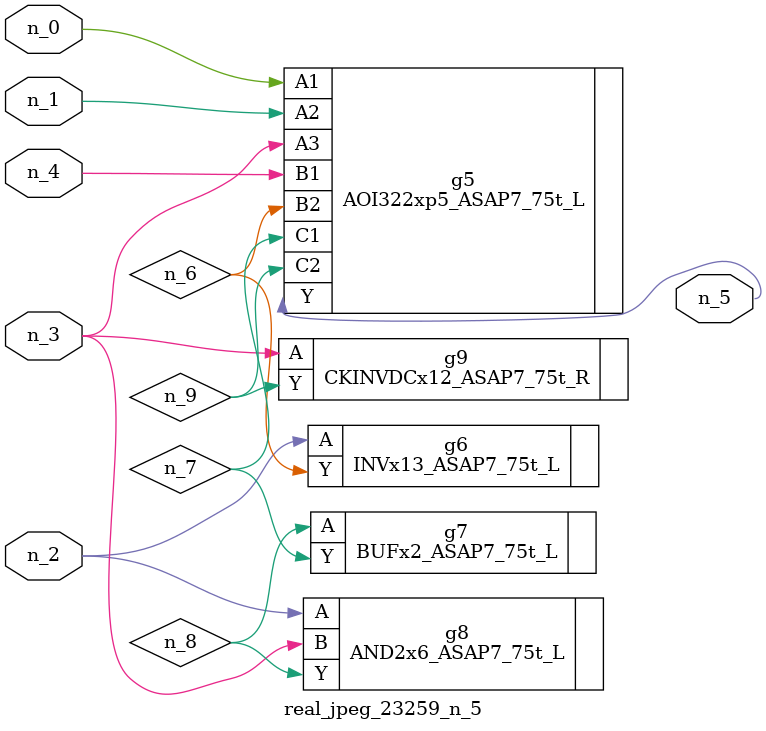
<source format=v>
module real_jpeg_23259_n_5 (n_4, n_0, n_1, n_2, n_3, n_5);

input n_4;
input n_0;
input n_1;
input n_2;
input n_3;

output n_5;

wire n_8;
wire n_6;
wire n_7;
wire n_9;

AOI322xp5_ASAP7_75t_L g5 ( 
.A1(n_0),
.A2(n_1),
.A3(n_3),
.B1(n_4),
.B2(n_6),
.C1(n_7),
.C2(n_9),
.Y(n_5)
);

INVx13_ASAP7_75t_L g6 ( 
.A(n_2),
.Y(n_6)
);

AND2x6_ASAP7_75t_L g8 ( 
.A(n_2),
.B(n_3),
.Y(n_8)
);

CKINVDCx12_ASAP7_75t_R g9 ( 
.A(n_3),
.Y(n_9)
);

BUFx2_ASAP7_75t_L g7 ( 
.A(n_8),
.Y(n_7)
);


endmodule
</source>
